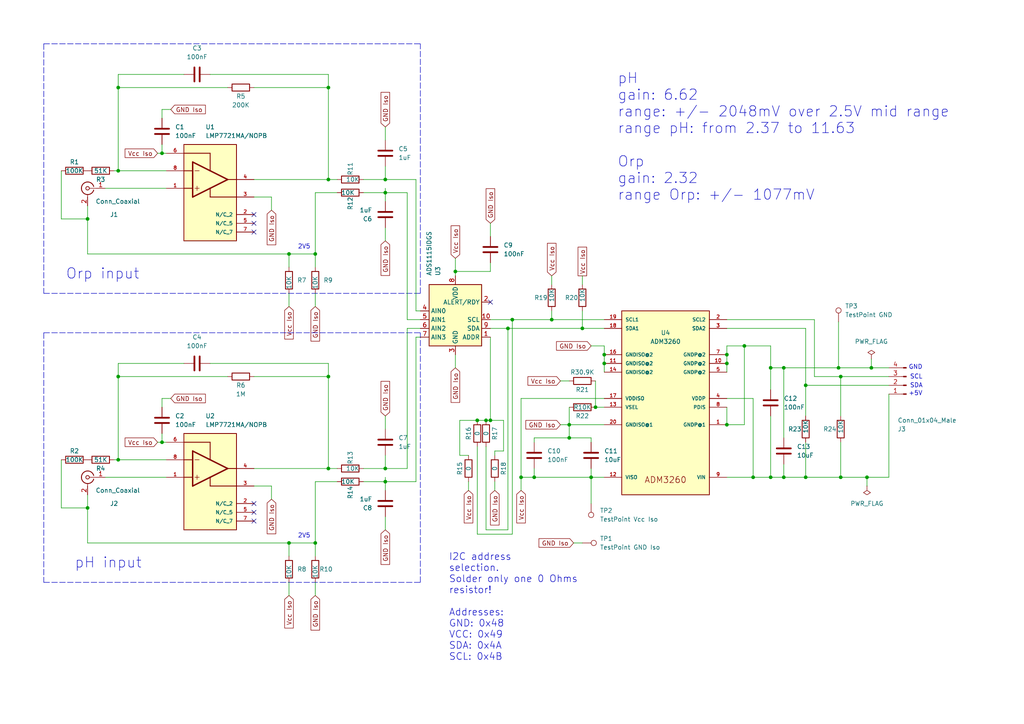
<source format=kicad_sch>
(kicad_sch (version 20211123) (generator eeschema)
  (paper "A4")
  (title_block (title "Orp-pH board") (rev "V1.0"))
  (lib_symbols
    (symbol "ADM3260:ADM3260" (pin_names (offset 1.016))
      (property "Reference" "U3" (at 0 -26.67 0))
      (property "Value" "ADM3260" (at 0 -24.13 0))
      (symbol "ADM3260_0_0"
        (rectangle (start -12.7 -33.02) (end 12.7 20.32) (stroke (width 0.254)) (fill (type background)))
        (text "ADM3260" (at 0 17.018 0) (effects (font (size 1.778 1.778)) (justify bottom)))
        (pin power_in line (at -17.78 0 0) (length 5.08) (name "GNDP@1") (number "1"))
        (pin passive line (at -17.78 -17.78 0) (length 5.08) (name "GNDP@2") (number "10"))
        (pin passive line (at 17.78 -17.78 180) (length 5.08) (name "GNDISO@2") (number "11"))
        (pin power_out line (at 17.78 15.24 180) (length 5.08) (name "VISO") (number "12"))
        (pin bidirectional line (at 17.78 -5.08 180) (length 5.08) (name "VSEL") (number "13"))
        (pin passive line (at 17.78 -15.24 180) (length 5.08) (name "GNDISO@2") (number "14"))
        (pin passive line (at 17.78 -20.32 180) (length 5.08) (name "GNDISO@2") (number "16"))
        (pin passive line (at 17.78 -7.62 180) (length 5.08) (name "VDDISO") (number "17"))
        (pin bidirectional line (at 17.78 -27.94 180) (length 5.08) (name "SDA1") (number "18"))
        (pin bidirectional line (at 17.78 -30.48 180) (length 5.08) (name "SCL1") (number "19"))
        (pin bidirectional line (at -17.78 -30.48 0) (length 5.08) (name "SCL2") (number "2"))
        (pin power_out line (at 17.78 0 180) (length 5.08) (name "GNDISO@1") (number "20"))
        (pin bidirectional line (at -17.78 -27.94 0) (length 5.08) (name "SDA2") (number "3"))
        (pin passive line (at -17.78 -7.62 0) (length 5.08) (name "VDDP") (number "4"))
        (pin passive line (at -17.78 -15.24 0) (length 5.08) (name "GNDP@2") (number "5"))
        (pin passive line (at -17.78 -20.32 0) (length 5.08) (name "GNDP@2") (number "7"))
        (pin bidirectional line (at -17.78 -5.08 0) (length 5.08) (name "PDIS") (number "8"))
        (pin power_in line (at -17.78 15.24 0) (length 5.08) (name "VIN") (number "9"))
      )
    )
    (symbol "Analog_ADC:ADS1115IDGS"
      (property "Reference" "U" (at 2.54 13.97 0))
      (property "Value" "ADS1115IDGS" (at 7.62 11.43 0))
      (symbol "ADS1115IDGS_0_1"
        (rectangle (start -7.62 10.16) (end 7.62 -7.62) (stroke (width 0.254)) (fill (type background)))
      )
      (symbol "ADS1115IDGS_1_1"
        (pin input line (at 10.16 -5.08 180) (length 2.54) (name "ADDR") (number "1"))
        (pin input line (at 10.16 0 180) (length 2.54) (name "SCL") (number "10"))
        (pin output line (at 10.16 5.08 180) (length 2.54) (name "ALERT/RDY") (number "2"))
        (pin power_in line (at 0 -10.16 90) (length 2.54) (name "GND") (number "3"))
        (pin input line (at -10.16 2.54 0) (length 2.54) (name "AIN0") (number "4"))
        (pin input line (at -10.16 0 0) (length 2.54) (name "AIN1") (number "5"))
        (pin input line (at -10.16 -2.54 0) (length 2.54) (name "AIN2") (number "6"))
        (pin input line (at -10.16 -5.08 0) (length 2.54) (name "AIN3") (number "7"))
        (pin power_in line (at 0 12.7 270) (length 2.54) (name "VDD") (number "8"))
        (pin bidirectional line (at 10.16 -2.54 180) (length 2.54) (name "SDA") (number "9"))
      )
    )
    (symbol "Connector:Conn_01x04_Male" (pin_names (offset 1.016) hide)
      (property "Reference" "J" (at 0 5.08 0))
      (property "Value" "Conn_01x04_Male" (at 0 -7.62 0))
      (symbol "Conn_01x04_Male_1_1"
        (polyline (pts (xy 1.27 -5.08) (xy 0.8636 -5.08)) (stroke (width 0.1524)))
        (polyline (pts (xy 1.27 -2.54) (xy 0.8636 -2.54)) (stroke (width 0.1524)))
        (polyline (pts (xy 1.27 0) (xy 0.8636 0)) (stroke (width 0.1524)))
        (polyline (pts (xy 1.27 2.54) (xy 0.8636 2.54)) (stroke (width 0.1524)))
        (rectangle (start 0.8636 -4.953) (end 0 -5.207) (stroke (width 0.1524)) (fill (type outline)))
        (rectangle (start 0.8636 -2.413) (end 0 -2.667) (stroke (width 0.1524)) (fill (type outline)))
        (rectangle (start 0.8636 0.127) (end 0 -0.127) (stroke (width 0.1524)) (fill (type outline)))
        (rectangle (start 0.8636 2.667) (end 0 2.413) (stroke (width 0.1524)) (fill (type outline)))
        (pin passive line (at 5.08 2.54 180) (length 3.81) (name "Pin_1") (number "1"))
        (pin passive line (at 5.08 0 180) (length 3.81) (name "Pin_2") (number "2"))
        (pin passive line (at 5.08 -2.54 180) (length 3.81) (name "Pin_3") (number "3"))
        (pin passive line (at 5.08 -5.08 180) (length 3.81) (name "Pin_4") (number "4"))
      )
    )
    (symbol "Connector:Conn_Coaxial" (pin_names (offset 1.016) hide)
      (property "Reference" "J" (at 0.254 3.048 0))
      (property "Value" "Conn_Coaxial" (at 2.921 0 90))
      (symbol "Conn_Coaxial_0_1"
        (arc (start -1.778 -0.508) (mid 0.2311 -1.8066) (end 1.778 0) (stroke (width 0.254)))
        (polyline (pts (xy -2.54 0) (xy -0.508 0)))
        (polyline (pts (xy 0 -2.54) (xy 0 -1.778)))
        (circle (center 0 0) (radius 0.508) (stroke (width 0.2032)))
        (arc (start 1.778 0) (mid 0.2099 1.8101) (end -1.778 0.508) (stroke (width 0.254)))
      )
      (symbol "Conn_Coaxial_1_1"
        (pin passive line (at -5.08 0 0) (length 2.54) (name "In") (number "1"))
        (pin passive line (at 0 -5.08 90) (length 2.54) (name "Ext") (number "2"))
      )
    )
    (symbol "Connector:TestPoint" (pin_numbers hide) (pin_names (offset 0.762) hide)
      (property "Reference" "TP" (at 0 6.858 0))
      (property "Value" "TestPoint" (at 0 5.08 0))
      (symbol "TestPoint_0_1"
        (circle (center 0 3.302) (radius 0.762))
      )
      (symbol "TestPoint_1_1"
        (pin passive line (at 0 0 90) (length 2.54) (name "1") (number "1"))
      )
    )
    (symbol "Device:C" (pin_numbers hide) (pin_names (offset 0.254))
      (property "Reference" "C" (at 0.635 2.54 0))
      (property "Value" "C" (at 0.635 -2.54 0))
      (symbol "C_0_1"
        (polyline (pts (xy -2.032 -0.762) (xy 2.032 -0.762)) (stroke (width 0.508)))
        (polyline (pts (xy -2.032 0.762) (xy 2.032 0.762)) (stroke (width 0.508)))
      )
      (symbol "C_1_1"
        (pin passive line (at 0 3.81 270) (length 2.794) (name "~") (number "1"))
        (pin passive line (at 0 -3.81 90) (length 2.794) (name "~") (number "2"))
      )
    )
    (symbol "Device:R" (pin_numbers hide) (pin_names (offset 0))
      (property "Reference" "R" (at 2.032 0 90))
      (property "Value" "R" (at 0 0 90))
      (symbol "R_0_1"
        (rectangle (start -1.016 -2.54) (end 1.016 2.54) (stroke (width 0.254)))
      )
      (symbol "R_1_1"
        (pin passive line (at 0 3.81 270) (length 1.27) (name "~") (number "1"))
        (pin passive line (at 0 -3.81 90) (length 1.27) (name "~") (number "2"))
      )
    )
    (symbol "LMP7721MA_NOPB:LMP7721MA{slash}NOPB" (pin_names (offset 1.016))
      (property "Reference" "U" (at -7.62 16.24 0))
      (property "Value" "LMP7721MA{slash}NOPB" (at -7.62 -15.24 0))
      (symbol "LMP7721MA{slash}NOPB_0_0"
        (rectangle (start -7.62 -12.7) (end 7.62 15.24) (stroke (width 0.254)) (fill (type background)))
        (polyline (pts (xy -7.62 2.54) (xy -5.08 2.54)) (stroke (width 0.254)))
        (polyline (pts (xy -7.62 7.62) (xy -5.08 7.62)) (stroke (width 0.254)))
        (polyline (pts (xy -7.62 12.7) (xy 0 12.7)) (stroke (width 0.254)))
        (polyline (pts (xy -5.08 0) (xy 0 2.54)) (stroke (width 0.4064)))
        (polyline (pts (xy -5.08 7.62) (xy -5.08 0)) (stroke (width 0.4064)))
        (polyline (pts (xy -5.08 10.16) (xy -5.08 7.62)) (stroke (width 0.4064)))
        (polyline (pts (xy -4.445 2.54) (xy -3.175 2.54)) (stroke (width 0.1524)))
        (polyline (pts (xy -4.445 7.62) (xy -3.175 7.62)) (stroke (width 0.1524)))
        (polyline (pts (xy -3.81 3.175) (xy -3.81 1.905)) (stroke (width 0.1524)))
        (polyline (pts (xy 0 0) (xy 0 2.54)) (stroke (width 0.254)))
        (polyline (pts (xy 0 0) (xy 7.62 0)) (stroke (width 0.254)))
        (polyline (pts (xy 0 2.54) (xy 5.08 5.08)) (stroke (width 0.4064)))
        (polyline (pts (xy 0 7.62) (xy -5.08 10.16)) (stroke (width 0.4064)))
        (polyline (pts (xy 0 7.62) (xy 0 12.7)) (stroke (width 0.254)))
        (polyline (pts (xy 5.08 5.08) (xy 0 7.62)) (stroke (width 0.4064)))
        (polyline (pts (xy 5.08 5.08) (xy 7.62 5.08)) (stroke (width 0.254)))
        (pin input line (at -12.7 2.54 0) (length 5.08) (name "~") (number "1"))
        (pin passive line (at 12.7 -5.08 180) (length 5.08) (name "N/C_2") (number "2"))
        (pin power_in line (at 12.7 0 180) (length 5.08) (name "~") (number "3"))
        (pin output line (at 12.7 5.08 180) (length 5.08) (name "~") (number "4"))
        (pin passive line (at 12.7 -7.62 180) (length 5.08) (name "N/C_5") (number "5"))
        (pin power_in line (at -12.7 12.7 0) (length 5.08) (name "~") (number "6"))
        (pin passive line (at 12.7 -10.16 180) (length 5.08) (name "N/C_7") (number "7"))
        (pin input line (at -12.7 7.62 0) (length 5.08) (name "~") (number "8"))
      )
    )
    (symbol "power:PWR_FLAG" (power) (pin_numbers hide) (pin_names (offset 0) hide)
      (property "Value" "PWR_FLAG" (at 0 3.81 0))
      (symbol "PWR_FLAG_0_0"
        (pin power_out line (at 0 0 90) (length 0) (name "pwr") (number "1"))
      )
      (symbol "PWR_FLAG_0_1"
        (polyline (pts (xy 0 0) (xy 0 1.27) (xy -1.016 1.905) (xy 0 2.54) (xy 1.016 1.905) (xy 0 1.27)))
      )
    )
  )
  (junction (at 175.26 105.41))
  (junction (at 252.73 106.68))
  (junction (at 25.4 147.32))
  (junction (at 25.4 63.5))
  (junction (at 160.02 92.71))
  (junction (at 154.94 138.43))
  (junction (at 218.44 138.43))
  (junction (at 233.68 138.43))
  (junction (at 111.76 139.7))
  (junction (at 147.32 95.25))
  (junction (at 223.52 106.68))
  (junction (at 34.29 109.22))
  (junction (at 91.44 157.48))
  (junction (at 210.82 102.87))
  (junction (at 111.76 135.89))
  (junction (at 95.25 135.89))
  (junction (at 140.97 121.92))
  (junction (at 251.46 138.43))
  (junction (at 46.99 44.45))
  (junction (at 171.45 138.43))
  (junction (at 243.84 109.22))
  (junction (at 34.29 25.4))
  (junction (at 210.82 123.19))
  (junction (at 168.91 95.25))
  (junction (at 227.33 138.43))
  (junction (at 215.9 100.33))
  (junction (at 95.25 109.22))
  (junction (at 83.82 73.66))
  (junction (at 165.1 123.19))
  (junction (at 233.68 111.76))
  (junction (at 165.1 127))
  (junction (at 172.72 118.11))
  (junction (at 132.08 78.74))
  (junction (at 210.82 105.41))
  (junction (at 243.205 106.68))
  (junction (at 138.43 121.92))
  (junction (at 95.25 52.07))
  (junction (at 175.26 102.87))
  (junction (at 243.84 138.43))
  (junction (at 91.44 73.66))
  (junction (at 148.59 92.71))
  (junction (at 95.25 25.4))
  (junction (at 83.82 157.48))
  (junction (at 142.24 121.92))
  (junction (at 34.29 49.53))
  (junction (at 46.99 128.27))
  (junction (at 227.33 106.68))
  (junction (at 151.13 138.43))
  (junction (at 34.29 133.35))
  (junction (at 111.76 52.07))
  (junction (at 223.52 138.43))
  (junction (at 111.76 55.88))
  (no_connect (at 73.66 151.13))
  (no_connect (at 73.66 146.05))
  (no_connect (at 73.66 64.77))
  (no_connect (at 73.66 67.31))
  (no_connect (at 142.24 87.63))
  (no_connect (at 73.66 148.59))
  (no_connect (at 73.66 62.23))
  (wire (pts (xy 111.76 135.89) (xy 118.11 135.89)))
  (wire (pts (xy 118.11 95.25) (xy 118.11 135.89)))
  (wire (pts (xy 210.82 100.33) (xy 215.9 100.33)))
  (wire (pts (xy 60.96 105.41) (xy 95.25 105.41)))
  (wire (pts (xy 25.4 157.48) (xy 83.82 157.48)))
  (wire (pts (xy 162.56 123.19) (xy 165.1 123.19)))
  (wire (pts (xy 118.11 55.88) (xy 118.11 92.71)))
  (wire (pts (xy 132.08 80.01) (xy 132.08 78.74)))
  (wire (pts (xy 142.24 97.79) (xy 142.24 121.92)))
  (wire (pts (xy 233.68 95.25) (xy 233.68 111.76)))
  (wire (pts (xy 171.45 138.43) (xy 171.45 146.05)))
  (wire (pts (xy 236.22 92.71) (xy 236.22 109.22)))
  (wire (pts (xy 91.44 73.66) (xy 91.44 55.88)))
  (wire (pts (xy 111.76 55.88) (xy 105.41 55.88)))
  (wire (pts (xy 210.82 138.43) (xy 218.44 138.43)))
  (wire (pts (xy 34.29 133.35) (xy 48.26 133.35)))
  (wire (pts (xy 30.48 138.43) (xy 48.26 138.43)))
  (wire (pts (xy 95.25 105.41) (xy 95.25 109.22)))
  (wire (pts (xy 227.33 106.68) (xy 243.205 106.68)))
  (wire (pts (xy 148.59 92.71) (xy 160.02 92.71)))
  (wire (pts (xy 168.91 90.17) (xy 168.91 95.25)))
  (wire (pts (xy 160.02 90.17) (xy 160.02 92.71)))
  (wire (pts (xy 215.9 100.33) (xy 215.9 123.19)))
  (wire (pts (xy 227.33 106.68) (xy 227.33 127)))
  (wire (pts (xy 142.24 121.92) (xy 140.97 121.92)))
  (polyline (pts (xy 121.92 85.09) (xy 121.92 12.7)))
  (wire (pts (xy 215.9 100.33) (xy 223.52 100.33)))
  (wire (pts (xy 165.1 118.11) (xy 165.1 123.19)))
  (wire (pts (xy 243.84 128.27) (xy 243.84 138.43)))
  (wire (pts (xy 142.24 92.71) (xy 148.59 92.71)))
  (wire (pts (xy 111.76 139.7) (xy 111.76 142.24)))
  (wire (pts (xy 73.66 135.89) (xy 95.25 135.89)))
  (wire (pts (xy 233.68 111.76) (xy 233.68 120.65)))
  (wire (pts (xy 34.29 25.4) (xy 66.04 25.4)))
  (polyline (pts (xy 12.7 12.7) (xy 12.7 85.09)))
  (wire (pts (xy 25.4 73.66) (xy 83.82 73.66)))
  (wire (pts (xy 233.68 128.27) (xy 233.68 138.43)))
  (wire (pts (xy 121.92 97.79) (xy 120.65 97.79)))
  (wire (pts (xy 168.91 95.25) (xy 175.26 95.25)))
  (wire (pts (xy 143.51 130.81) (xy 146.05 130.81)))
  (wire (pts (xy 236.22 109.22) (xy 243.84 109.22)))
  (wire (pts (xy 91.44 55.88) (xy 97.79 55.88)))
  (wire (pts (xy 111.76 149.86) (xy 111.76 153.67)))
  (wire (pts (xy 210.82 102.87) (xy 210.82 105.41)))
  (polyline (pts (xy 12.7 96.52) (xy 121.92 96.52)))
  (polyline (pts (xy 12.7 96.52) (xy 12.7 168.91)))
  (wire (pts (xy 17.78 49.53) (xy 17.78 63.5)))
  (wire (pts (xy 111.76 36.83) (xy 111.76 40.64)))
  (wire (pts (xy 105.41 52.07) (xy 111.76 52.07)))
  (wire (pts (xy 34.29 49.53) (xy 34.29 25.4)))
  (wire (pts (xy 111.76 52.07) (xy 120.65 52.07)))
  (wire (pts (xy 91.44 157.48) (xy 91.44 139.7)))
  (wire (pts (xy 243.84 138.43) (xy 251.46 138.43)))
  (wire (pts (xy 91.44 73.66) (xy 91.44 77.47)))
  (polyline (pts (xy 12.7 12.7) (xy 121.92 12.7)))
  (polyline (pts (xy 12.7 168.91) (xy 121.92 168.91)))
  (wire (pts (xy 218.44 138.43) (xy 223.52 138.43)))
  (wire (pts (xy 91.44 139.7) (xy 97.79 139.7)))
  (wire (pts (xy 95.25 21.59) (xy 95.25 25.4)))
  (wire (pts (xy 78.74 140.97) (xy 78.74 144.78)))
  (wire (pts (xy 45.72 44.45) (xy 46.99 44.45)))
  (wire (pts (xy 171.45 127) (xy 171.45 128.27)))
  (wire (pts (xy 25.4 59.69) (xy 25.4 63.5)))
  (wire (pts (xy 151.13 138.43) (xy 151.13 142.24)))
  (wire (pts (xy 33.02 49.53) (xy 34.29 49.53)))
  (wire (pts (xy 73.66 52.07) (xy 95.25 52.07)))
  (wire (pts (xy 95.25 109.22) (xy 95.25 135.89)))
  (wire (pts (xy 111.76 48.26) (xy 111.76 52.07)))
  (wire (pts (xy 34.29 109.22) (xy 66.04 109.22)))
  (wire (pts (xy 223.52 100.33) (xy 223.52 106.68)))
  (wire (pts (xy 146.05 121.92) (xy 142.24 121.92)))
  (wire (pts (xy 133.35 132.08) (xy 133.35 121.92)))
  (wire (pts (xy 17.78 63.5) (xy 25.4 63.5)))
  (wire (pts (xy 218.44 115.57) (xy 218.44 138.43)))
  (wire (pts (xy 171.45 100.33) (xy 175.26 100.33)))
  (wire (pts (xy 223.52 120.65) (xy 223.52 138.43)))
  (wire (pts (xy 46.99 44.45) (xy 48.26 44.45)))
  (wire (pts (xy 105.41 135.89) (xy 111.76 135.89)))
  (wire (pts (xy 111.76 139.7) (xy 105.41 139.7)))
  (wire (pts (xy 171.45 138.43) (xy 175.26 138.43)))
  (wire (pts (xy 140.97 153.67) (xy 147.32 153.67)))
  (wire (pts (xy 25.4 143.51) (xy 25.4 147.32)))
  (wire (pts (xy 162.56 110.49) (xy 165.1 110.49)))
  (wire (pts (xy 73.66 140.97) (xy 78.74 140.97)))
  (wire (pts (xy 34.29 25.4) (xy 34.29 21.59)))
  (wire (pts (xy 95.25 25.4) (xy 95.25 52.07)))
  (wire (pts (xy 83.82 168.91) (xy 83.82 172.72)))
  (wire (pts (xy 46.99 125.73) (xy 46.99 128.27)))
  (wire (pts (xy 30.48 54.61) (xy 48.26 54.61)))
  (wire (pts (xy 210.82 95.25) (xy 233.68 95.25)))
  (wire (pts (xy 83.82 157.48) (xy 91.44 157.48)))
  (wire (pts (xy 210.82 100.33) (xy 210.82 102.87)))
  (wire (pts (xy 251.46 138.43) (xy 251.46 140.97)))
  (wire (pts (xy 133.35 121.92) (xy 138.43 121.92)))
  (wire (pts (xy 175.26 115.57) (xy 151.13 115.57)))
  (wire (pts (xy 46.99 128.27) (xy 48.26 128.27)))
  (wire (pts (xy 243.84 109.22) (xy 257.81 109.22)))
  (wire (pts (xy 154.94 135.89) (xy 154.94 138.43)))
  (wire (pts (xy 17.78 147.32) (xy 25.4 147.32)))
  (wire (pts (xy 243.205 106.68) (xy 252.73 106.68)))
  (wire (pts (xy 33.02 133.35) (xy 34.29 133.35)))
  (wire (pts (xy 143.51 132.08) (xy 143.51 130.81)))
  (wire (pts (xy 243.84 109.22) (xy 243.84 120.65)))
  (wire (pts (xy 172.72 110.49) (xy 172.72 118.11)))
  (wire (pts (xy 34.29 133.35) (xy 34.29 109.22)))
  (wire (pts (xy 120.65 90.17) (xy 121.92 90.17)))
  (wire (pts (xy 142.24 95.25) (xy 147.32 95.25)))
  (wire (pts (xy 223.52 138.43) (xy 227.33 138.43)))
  (wire (pts (xy 223.52 106.68) (xy 223.52 113.03)))
  (wire (pts (xy 154.94 138.43) (xy 171.45 138.43)))
  (wire (pts (xy 25.4 63.5) (xy 25.4 73.66)))
  (wire (pts (xy 91.44 168.91) (xy 91.44 172.72)))
  (wire (pts (xy 252.73 106.68) (xy 257.81 106.68)))
  (wire (pts (xy 251.46 138.43) (xy 257.81 138.43)))
  (wire (pts (xy 146.05 130.81) (xy 146.05 121.92)))
  (wire (pts (xy 147.32 95.25) (xy 168.91 95.25)))
  (wire (pts (xy 210.82 118.11) (xy 210.82 123.19)))
  (wire (pts (xy 151.13 115.57) (xy 151.13 138.43)))
  (wire (pts (xy 111.76 138.43) (xy 111.76 139.7)))
  (wire (pts (xy 154.94 128.27) (xy 154.94 127)))
  (wire (pts (xy 78.74 57.15) (xy 78.74 60.96)))
  (wire (pts (xy 138.43 154.94) (xy 138.43 129.54)))
  (wire (pts (xy 135.89 142.24) (xy 135.89 139.7)))
  (wire (pts (xy 165.1 127) (xy 171.45 127)))
  (wire (pts (xy 210.82 115.57) (xy 218.44 115.57)))
  (wire (pts (xy 160.02 92.71) (xy 175.26 92.71)))
  (wire (pts (xy 172.72 118.11) (xy 175.26 118.11)))
  (wire (pts (xy 46.99 31.75) (xy 49.53 31.75)))
  (wire (pts (xy 175.26 102.87) (xy 175.26 105.41)))
  (wire (pts (xy 210.82 92.71) (xy 236.22 92.71)))
  (wire (pts (xy 111.76 66.04) (xy 111.76 69.85)))
  (wire (pts (xy 142.24 78.74) (xy 132.08 78.74)))
  (wire (pts (xy 227.33 134.62) (xy 227.33 138.43)))
  (wire (pts (xy 120.65 97.79) (xy 120.65 139.7)))
  (wire (pts (xy 160.02 80.01) (xy 160.02 82.55)))
  (wire (pts (xy 83.82 85.09) (xy 83.82 88.9)))
  (wire (pts (xy 45.72 128.27) (xy 46.99 128.27)))
  (wire (pts (xy 34.29 49.53) (xy 48.26 49.53)))
  (wire (pts (xy 143.51 142.24) (xy 143.51 139.7)))
  (wire (pts (xy 111.76 54.61) (xy 111.76 55.88)))
  (wire (pts (xy 91.44 157.48) (xy 91.44 161.29)))
  (wire (pts (xy 168.91 80.01) (xy 168.91 82.55)))
  (wire (pts (xy 17.78 133.35) (xy 17.78 147.32)))
  (wire (pts (xy 91.44 85.09) (xy 91.44 88.9)))
  (wire (pts (xy 83.82 157.48) (xy 83.82 161.29)))
  (wire (pts (xy 46.99 115.57) (xy 49.53 115.57)))
  (wire (pts (xy 132.08 106.68) (xy 132.08 102.87)))
  (wire (pts (xy 215.9 123.19) (xy 210.82 123.19)))
  (wire (pts (xy 223.52 106.68) (xy 227.33 106.68)))
  (wire (pts (xy 111.76 55.88) (xy 118.11 55.88)))
  (wire (pts (xy 95.25 135.89) (xy 97.79 135.89)))
  (polyline (pts (xy 121.92 168.91) (xy 121.92 96.52)))
  (wire (pts (xy 210.82 105.41) (xy 210.82 107.95)))
  (wire (pts (xy 257.81 114.3) (xy 257.81 138.43)))
  (wire (pts (xy 165.1 123.19) (xy 175.26 123.19)))
  (wire (pts (xy 175.26 100.33) (xy 175.26 102.87)))
  (wire (pts (xy 111.76 55.88) (xy 111.76 58.42)))
  (wire (pts (xy 83.82 73.66) (xy 91.44 73.66)))
  (wire (pts (xy 60.96 21.59) (xy 95.25 21.59)))
  (wire (pts (xy 151.13 138.43) (xy 154.94 138.43)))
  (wire (pts (xy 233.68 138.43) (xy 243.84 138.43)))
  (wire (pts (xy 147.32 153.67) (xy 147.32 95.25)))
  (wire (pts (xy 140.97 153.67) (xy 140.97 129.54)))
  (wire (pts (xy 132.08 78.74) (xy 132.08 74.93)))
  (wire (pts (xy 34.29 21.59) (xy 53.34 21.59)))
  (wire (pts (xy 46.99 34.29) (xy 46.99 31.75)))
  (wire (pts (xy 165.1 127) (xy 165.1 123.19)))
  (wire (pts (xy 171.45 135.89) (xy 171.45 138.43)))
  (wire (pts (xy 120.65 52.07) (xy 120.65 90.17)))
  (wire (pts (xy 46.99 41.91) (xy 46.99 44.45)))
  (wire (pts (xy 142.24 64.77) (xy 142.24 68.58)))
  (wire (pts (xy 138.43 154.94) (xy 148.59 154.94)))
  (wire (pts (xy 73.66 109.22) (xy 95.25 109.22)))
  (wire (pts (xy 34.29 109.22) (xy 34.29 105.41)))
  (wire (pts (xy 73.66 25.4) (xy 95.25 25.4)))
  (wire (pts (xy 73.66 57.15) (xy 78.74 57.15)))
  (polyline (pts (xy 12.7 85.09) (xy 121.92 85.09)))
  (wire (pts (xy 46.99 118.11) (xy 46.99 115.57)))
  (wire (pts (xy 95.25 52.07) (xy 97.79 52.07)))
  (wire (pts (xy 233.68 111.76) (xy 257.81 111.76)))
  (wire (pts (xy 34.29 105.41) (xy 53.34 105.41)))
  (wire (pts (xy 25.4 147.32) (xy 25.4 157.48)))
  (wire (pts (xy 121.92 95.25) (xy 118.11 95.25)))
  (wire (pts (xy 111.76 139.7) (xy 120.65 139.7)))
  (wire (pts (xy 111.76 120.65) (xy 111.76 124.46)))
  (wire (pts (xy 111.76 132.08) (xy 111.76 135.89)))
  (wire (pts (xy 175.26 105.41) (xy 175.26 107.95)))
  (wire (pts (xy 243.205 93.345) (xy 243.205 106.68)))
  (wire (pts (xy 166.37 157.48) (xy 168.91 157.48)))
  (wire (pts (xy 138.43 121.92) (xy 140.97 121.92)))
  (wire (pts (xy 252.73 104.14) (xy 252.73 106.68)))
  (wire (pts (xy 83.82 73.66) (xy 83.82 77.47)))
  (wire (pts (xy 142.24 76.2) (xy 142.24 78.74)))
  (wire (pts (xy 135.89 132.08) (xy 133.35 132.08)))
  (wire (pts (xy 154.94 127) (xy 165.1 127)))
  (wire (pts (xy 227.33 138.43) (xy 233.68 138.43)))
  (wire (pts (xy 148.59 154.94) (xy 148.59 92.71)))
  (wire (pts (xy 118.11 92.71) (xy 121.92 92.71)))
  (text "+5V" (at 263.525 114.935 0) (effects (font (size 1.27 1.27)) (justify left bottom)))
  (text "GND" (at 263.525 107.315 0) (effects (font (size 1.27 1.27)) (justify left bottom)))
  (text "Orp input" (at 19.05 81.28 0) (effects (font (size 3 3)) (justify left bottom)))
  (text "SDA" (at 263.906 112.649 0) (effects (font (size 1.27 1.27)) (justify left bottom)))
  (text "I2C address\nselection. \nSolder only one 0 Ohms\nresistor!\n\nAddresses:\nGND: 0x48\nVCC: 0x49\nSDA: 0x4A\nSCL: 0x4B\n" (at 130.175 191.77 0) (effects (font (size 2 2)) (justify left bottom)))
  (text "SCL" (at 263.906 110.109 0) (effects (font (size 1.27 1.27)) (justify left bottom)))
  (text "2V5" (at 86.36 72.39 0) (effects (font (size 1.27 1.27)) (justify left bottom)))
  (text "2V5" (at 86.36 156.21 0) (effects (font (size 1.27 1.27)) (justify left bottom)))
  (text "pH input" (at 21.59 165.1 0) (effects (font (size 3 3)) (justify left bottom)))
  (text "pH\ngain: 6.62\nrange: +/- 2048mV over 2.5V mid range\nrange pH: from 2.37 to 11.63\n\nOrp\ngain: 2.32\nrange Orp: +/- 1077mV" (at 179.07 58.42 0) (effects (font (size 3 3)) (justify left bottom)))
  (global_label "GND Iso" (shape input) (at 111.76 153.67 270) (property "Intersheet References" "${INTERSHEET_REFS}" (effects hide)))
  (global_label "Vcc Iso" (shape input) (at 83.82 172.72 270) (property "Intersheet References" "${INTERSHEET_REFS}" (effects hide)))
  (global_label "GND Iso" (shape input) (at 111.76 120.65 90) (property "Intersheet References" "${INTERSHEET_REFS}" (effects hide)))
  (global_label "GND Iso" (shape input) (at 142.24 64.77 90) (property "Intersheet References" "${INTERSHEET_REFS}" (effects hide)))
  (global_label "Vcc Iso" (shape input) (at 135.89 142.24 270) (property "Intersheet References" "${INTERSHEET_REFS}" (effects hide)))
  (global_label "GND Iso" (shape input) (at 49.53 31.75 0) (property "Intersheet References" "${INTERSHEET_REFS}" (effects hide)))
  (global_label "Vcc Iso" (shape input) (at 162.56 110.49 180) (property "Intersheet References" "${INTERSHEET_REFS}" (effects hide)))
  (global_label "GND Iso" (shape input) (at 162.56 123.19 180) (property "Intersheet References" "${INTERSHEET_REFS}" (effects hide)))
  (global_label "GND Iso" (shape input) (at 132.08 106.68 270) (property "Intersheet References" "${INTERSHEET_REFS}" (effects hide)))
  (global_label "GND Iso" (shape input) (at 91.44 88.9 270) (property "Intersheet References" "${INTERSHEET_REFS}" (effects hide)))
  (global_label "Vcc Iso" (shape input) (at 45.72 44.45 180) (property "Intersheet References" "${INTERSHEET_REFS}" (effects hide)))
  (global_label "GND Iso" (shape input) (at 91.44 172.72 270) (property "Intersheet References" "${INTERSHEET_REFS}" (effects hide)))
  (global_label "Vcc Iso" (shape input) (at 132.08 74.93 90) (property "Intersheet References" "${INTERSHEET_REFS}" (effects hide)))
  (global_label "Vcc Iso" (shape input) (at 151.13 142.24 270) (property "Intersheet References" "${INTERSHEET_REFS}" (effects hide)))
  (global_label "Vcc Iso" (shape input) (at 45.72 128.27 180) (property "Intersheet References" "${INTERSHEET_REFS}" (effects hide)))
  (global_label "GND Iso" (shape input) (at 78.74 144.78 270) (property "Intersheet References" "${INTERSHEET_REFS}" (effects hide)))
  (global_label "GND Iso" (shape input) (at 78.74 60.96 270) (property "Intersheet References" "${INTERSHEET_REFS}" (effects hide)))
  (global_label "Vcc Iso" (shape input) (at 83.82 88.9 270) (property "Intersheet References" "${INTERSHEET_REFS}" (effects hide)))
  (global_label "GND Iso" (shape input) (at 49.53 115.57 0) (property "Intersheet References" "${INTERSHEET_REFS}" (effects hide)))
  (global_label "GND Iso" (shape input) (at 111.76 36.83 90) (property "Intersheet References" "${INTERSHEET_REFS}" (effects hide)))
  (global_label "GND Iso" (shape input) (at 166.37 157.48 180) (property "Intersheet References" "${INTERSHEET_REFS}" (effects hide)))
  (global_label "GND Iso" (shape input) (at 143.51 142.24 270) (property "Intersheet References" "${INTERSHEET_REFS}" (effects hide)))
  (global_label "GND Iso" (shape input) (at 171.45 100.33 180) (property "Intersheet References" "${INTERSHEET_REFS}" (effects hide)))
  (global_label "Vcc Iso" (shape input) (at 160.02 80.01 90) (property "Intersheet References" "${INTERSHEET_REFS}" (effects hide)))
  (global_label "Vcc Iso" (shape passive) (at 168.91 80.01 90) (property "Intersheet References" "${INTERSHEET_REFS}" (effects hide)))
  (global_label "GND Iso" (shape input) (at 111.76 69.85 270) (property "Intersheet References" "${INTERSHEET_REFS}" (effects hide)))
  (symbol (lib_id "Device:C") (at 46.99 38.1 0) (unit 1)
    (property "Reference" "C1" (at 50.8 36.8299 0) (effects (justify left)))
    (property "Value" "100nF" (at 50.8 39.3699 0) (effects (justify left)))
    (property "Footprint" "Capacitor_SMD:C_0603_1608Metric_Pad1.08x0.95mm_HandSolder" (effects hide))
  )
  (symbol (lib_id "Connector:Conn_Coaxial") (at 25.4 138.43 0) (mirror y) (unit 1)
    (property "Reference" "J2" (at 34.29 146.05 0) (effects (justify left)))
    (property "Value" "Conn_Coaxial" (at 40.64 142.24 0) (effects (justify left)))
    (property "Footprint" "Connector_Coaxial:BNC_Amphenol_B6252HB-NPP3G-50_Horizontal" (effects hide))
    (property "Datasheet" " ~" (effects hide))
  )
  (symbol (lib_id "Device:C") (at 111.76 146.05 180) (unit 1)
    (property "Reference" "C8" (at 107.95 147.3201 0) (effects (justify left)))
    (property "Value" "1uF" (at 107.95 144.7801 0) (effects (justify left)))
    (property "Footprint" "Capacitor_SMD:C_0603_1608Metric_Pad1.08x0.95mm_HandSolder" (effects hide))
  )
  (symbol (lib_id "Device:C") (at 154.94 132.08 0) (unit 1)
    (property "Reference" "C10" (at 158.75 130.8099 0) (effects (justify left)))
    (property "Value" "100nF" (at 158.75 133.3499 0) (effects (justify left)))
    (property "Footprint" "Capacitor_SMD:C_0603_1608Metric_Pad1.08x0.95mm_HandSolder" (effects hide))
  )
  (symbol (lib_id "Device:R") (at 101.6 135.89 90) (unit 1)
    (property "Reference" "R13" (at 101.6 130.81 0) (effects (justify right)))
    (property "Value" "10K" (at 100.33 135.89 90) (effects (justify right)))
    (property "Footprint" "Capacitor_SMD:C_0805_2012Metric_Pad1.18x1.45mm_HandSolder" (effects hide))
  )
  (symbol (lib_id "Device:C") (at 46.99 121.92 0) (unit 1)
    (property "Reference" "C2" (at 50.8 120.6499 0) (effects (justify left)))
    (property "Value" "100nF" (at 50.8 123.1899 0) (effects (justify left)))
    (property "Footprint" "Capacitor_SMD:C_0603_1608Metric_Pad1.08x0.95mm_HandSolder" (effects hide))
  )
  (symbol (lib_id "Device:C") (at 142.24 72.39 0) (unit 1)
    (property "Reference" "C9" (at 146.05 71.1199 0) (effects (justify left)))
    (property "Value" "100nF" (at 146.05 73.6599 0) (effects (justify left)))
    (property "Footprint" "Capacitor_SMD:C_0603_1608Metric_Pad1.08x0.95mm_HandSolder" (effects hide))
  )
  (symbol (lib_id "LMP7721MA_NOPB:LMP7721MA{slash}NOPB") (at 60.96 140.97 0) (unit 1)
    (property "Reference" "U2" (at 60.96 120.65 0))
    (property "Value" "LMP7721MA/NOPB" (at 68.58 123.19 0))
    (property "Footprint" "SOIC127P599X175-8N" (effects hide))
    (property "PARTREV" "E" (effects hide))
    (property "STANDARD" "IPC-7351B" (effects hide))
    (property "MAXIMUM_PACKAGE_HEIGHT" "1.75mm" (effects hide))
    (property "MANUFACTURER" "Texas Instruments" (effects hide))
  )
  (symbol (lib_id "Device:R") (at 138.43 125.73 180) (unit 1)
    (property "Reference" "R16" (at 135.89 125.73 90))
    (property "Value" "0" (at 138.43 125.73 90))
    (property "Footprint" "Capacitor_SMD:C_0805_2012Metric_Pad1.18x1.45mm_HandSolder" (effects hide))
  )
  (symbol (lib_id "Device:R") (at 29.21 49.53 90) (unit 1)
    (property "Reference" "R3" (at 29.21 52.07 90))
    (property "Value" "51K" (at 29.21 49.53 90))
    (property "Footprint" "Capacitor_SMD:C_0805_2012Metric_Pad1.18x1.45mm_HandSolder" (effects hide))
  )
  (symbol (lib_id "Device:C") (at 57.15 21.59 90) (unit 1)
    (property "Reference" "C3" (at 57.15 13.97 90))
    (property "Value" "100nF" (at 57.15 16.51 90))
    (property "Footprint" "Capacitor_SMD:C_0603_1608Metric_Pad1.08x0.95mm_HandSolder" (effects hide))
  )
  (symbol (lib_id "Device:R") (at 21.59 49.53 90) (unit 1)
    (property "Reference" "R1" (at 21.59 46.99 90))
    (property "Value" "100K" (at 21.59 49.53 90))
    (property "Footprint" "Capacitor_SMD:C_0805_2012Metric_Pad1.18x1.45mm_HandSolder" (effects hide))
  )
  (symbol (lib_id "Connector:TestPoint") (at 171.45 146.05 180) (unit 1)
    (property "Reference" "TP2" (at 173.99 148.0819 0) (effects (justify right)))
    (property "Value" "TestPoint Vcc Iso" (at 173.99 150.6219 0) (effects (justify right)))
    (property "Footprint" "TestPoint:TestPoint_Pad_D2.0mm" (effects hide))
  )
  (symbol (lib_id "power:PWR_FLAG") (at 251.46 140.97 180) (unit 1)
    (property "Reference" "#FLG01" (effects hide))
    (property "Value" "PWR_FLAG" (at 251.46 146.05 0))
  )
  (symbol (lib_id "Connector:Conn_Coaxial") (at 25.4 54.61 0) (mirror y) (unit 1)
    (property "Reference" "J1" (at 34.29 62.23 0) (effects (justify left)))
    (property "Value" "Conn_Coaxial" (at 40.64 58.42 0) (effects (justify left)))
    (property "Footprint" "Connector_Coaxial:BNC_Amphenol_B6252HB-NPP3G-50_Horizontal" (effects hide))
    (property "Datasheet" " ~" (effects hide))
  )
  (symbol (lib_id "Device:C") (at 111.76 62.23 180) (unit 1)
    (property "Reference" "C6" (at 107.95 63.5001 0) (effects (justify left)))
    (property "Value" "1uF" (at 107.95 60.9601 0) (effects (justify left)))
    (property "Footprint" "Capacitor_SMD:C_0603_1608Metric_Pad1.08x0.95mm_HandSolder" (effects hide))
  )
  (symbol (lib_id "Device:R") (at 233.68 124.46 180) (unit 1)
    (property "Reference" "R23" (at 228.6 124.46 0) (effects (justify right)))
    (property "Value" "10K" (at 233.68 125.73 90) (effects (justify right)))
    (property "Footprint" "Capacitor_SMD:C_0805_2012Metric_Pad1.18x1.45mm_HandSolder" (effects hide))
  )
  (symbol (lib_id "Device:R") (at 69.85 25.4 90) (unit 1)
    (property "Reference" "R5" (at 69.85 27.94 90))
    (property "Value" "200K" (at 69.85 30.48 90))
    (property "Footprint" "Capacitor_SMD:C_0805_2012Metric_Pad1.18x1.45mm_HandSolder" (effects hide))
  )
  (symbol (lib_id "LMP7721MA_NOPB:LMP7721MA{slash}NOPB") (at 60.96 57.15 0) (unit 1)
    (property "Reference" "U1" (at 60.96 36.83 0))
    (property "Value" "LMP7721MA/NOPB" (at 68.58 39.37 0))
    (property "Footprint" "SOIC127P599X175-8N" (effects hide))
    (property "PARTREV" "E" (effects hide))
    (property "STANDARD" "IPC-7351B" (effects hide))
    (property "MAXIMUM_PACKAGE_HEIGHT" "1.75mm" (effects hide))
    (property "MANUFACTURER" "Texas Instruments" (effects hide))
  )
  (symbol (lib_id "Device:R") (at 29.21 133.35 90) (unit 1)
    (property "Reference" "R4" (at 29.21 135.89 90))
    (property "Value" "51K" (at 29.21 133.35 90))
    (property "Footprint" "Capacitor_SMD:C_0805_2012Metric_Pad1.18x1.45mm_HandSolder" (effects hide))
  )
  (symbol (lib_id "Device:R") (at 101.6 139.7 270) (unit 1)
    (property "Reference" "R14" (at 101.6 144.78 0) (effects (justify right)))
    (property "Value" "10K" (at 102.87 139.7 90) (effects (justify right)))
    (property "Footprint" "Capacitor_SMD:C_0805_2012Metric_Pad1.18x1.45mm_HandSolder" (effects hide))
  )
  (symbol (lib_id "Device:R") (at 143.51 135.89 180) (unit 1)
    (property "Reference" "R18" (at 146.05 135.89 90))
    (property "Value" "0" (at 143.51 135.89 90))
    (property "Footprint" "Capacitor_SMD:C_0805_2012Metric_Pad1.18x1.45mm_HandSolder" (effects hide))
  )
  (symbol (lib_id "Connector:TestPoint") (at 243.205 93.345 0) (unit 1)
    (property "Reference" "TP3" (at 245.11 88.7729 0) (effects (justify left)))
    (property "Value" "TestPoint GND" (at 245.11 91.3129 0) (effects (justify left)))
    (property "Footprint" "TestPoint:TestPoint_Pad_D2.0mm" (effects hide))
  )
  (symbol (lib_id "Device:R") (at 83.82 81.28 0) (unit 1)
    (property "Reference" "R7" (at 88.9 81.28 0) (effects (justify right)))
    (property "Value" "10K" (at 83.82 80.01 90) (effects (justify right)))
    (property "Footprint" "Capacitor_SMD:C_0805_2012Metric_Pad1.18x1.45mm_HandSolder" (effects hide))
  )
  (symbol (lib_id "Device:C") (at 57.15 105.41 90) (unit 1)
    (property "Reference" "C4" (at 57.15 97.79 90))
    (property "Value" "100nF" (at 57.15 100.33 90))
    (property "Footprint" "Capacitor_SMD:C_0603_1608Metric_Pad1.08x0.95mm_HandSolder" (effects hide))
  )
  (symbol (lib_id "Device:C") (at 223.52 116.84 0) (unit 1)
    (property "Reference" "C12" (at 227.33 115.5699 0) (effects (justify left)))
    (property "Value" "100nF" (at 227.33 118.1099 0) (effects (justify left)))
    (property "Footprint" "Capacitor_SMD:C_0603_1608Metric_Pad1.08x0.95mm_HandSolder" (effects hide))
  )
  (symbol (lib_id "Device:R") (at 69.85 109.22 90) (unit 1)
    (property "Reference" "R6" (at 69.85 111.76 90))
    (property "Value" "1M" (at 69.85 114.3 90))
    (property "Footprint" "Capacitor_SMD:C_0805_2012Metric_Pad1.18x1.45mm_HandSolder" (effects hide))
  )
  (symbol (lib_id "Device:R") (at 101.6 55.88 270) (unit 1)
    (property "Reference" "R12" (at 101.6 60.96 0) (effects (justify right)))
    (property "Value" "10K" (at 102.87 55.88 90) (effects (justify right)))
    (property "Footprint" "Capacitor_SMD:C_0805_2012Metric_Pad1.18x1.45mm_HandSolder" (effects hide))
  )
  (symbol (lib_id "Analog_ADC:ADS1115IDGS") (at 132.08 92.71 0) (unit 1)
    (property "Reference" "U3" (at 127 80.01 90) (effects (justify left)))
    (property "Value" "ADS1115IDGS" (at 124.46 80.01 90) (effects (justify left)))
    (property "Footprint" "Package_SO:VSSOP-10_3x3mm_P0.5mm" (effects hide))
    (property "Datasheet" "http://www.ti.com/lit/ds/symlink/ads1113.pdf" (effects hide))
  )
  (symbol (lib_id "Device:R") (at 101.6 52.07 90) (unit 1)
    (property "Reference" "R11" (at 101.6 46.99 0) (effects (justify right)))
    (property "Value" "10K" (at 100.33 52.07 90) (effects (justify right)))
    (property "Footprint" "Capacitor_SMD:C_0805_2012Metric_Pad1.18x1.45mm_HandSolder" (effects hide))
  )
  (symbol (lib_id "Connector:Conn_01x04_Male") (at 262.89 111.76 180) (unit 1)
    (property "Reference" "J3" (at 260.35 124.46 0) (effects (justify right)))
    (property "Value" "Conn_01x04_Male" (at 260.35 121.92 0) (effects (justify right)))
    (property "Footprint" "Connector_PinHeader_2.54mm:PinHeader_1x04_P2.54mm_Vertical" (effects hide))
  )
  (symbol (lib_id "ADM3260:ADM3260") (at 193.04 123.19 180) (unit 1)
    (property "Reference" "U4" (at 193.04 96.52 0))
    (property "Value" "ADM3260" (at 193.04 99.06 0))
    (property "Footprint" "ADM3260:SOP65P780X200-20N" (effects hide))
  )
  (symbol (lib_id "Device:R") (at 168.91 118.11 90) (unit 1)
    (property "Reference" "R22" (at 168.91 120.65 90))
    (property "Value" "R10K" (at 168.91 118.11 90))
    (property "Footprint" "Capacitor_SMD:C_0805_2012Metric_Pad1.18x1.45mm_HandSolder" (effects hide))
  )
  (symbol (lib_id "Device:C") (at 111.76 128.27 0) (unit 1)
    (property "Reference" "C7" (at 115.57 126.9999 0) (effects (justify left)))
    (property "Value" "1uF" (at 115.57 129.5399 0) (effects (justify left)))
    (property "Footprint" "Capacitor_SMD:C_0603_1608Metric_Pad1.08x0.95mm_HandSolder" (effects hide))
  )
  (symbol (lib_id "Device:C") (at 111.76 44.45 0) (unit 1)
    (property "Reference" "C5" (at 115.57 43.1799 0) (effects (justify left)))
    (property "Value" "1uF" (at 115.57 45.7199 0) (effects (justify left)))
    (property "Footprint" "Capacitor_SMD:C_0603_1608Metric_Pad1.08x0.95mm_HandSolder" (effects hide))
  )
  (symbol (lib_id "Device:R") (at 91.44 81.28 0) (unit 1)
    (property "Reference" "R9" (at 96.52 81.28 0) (effects (justify right)))
    (property "Value" "10K" (at 91.44 80.01 90) (effects (justify right)))
    (property "Footprint" "Capacitor_SMD:C_0805_2012Metric_Pad1.18x1.45mm_HandSolder" (effects hide))
  )
  (symbol (lib_id "Device:R") (at 21.59 133.35 90) (unit 1)
    (property "Reference" "R2" (at 21.59 130.81 90))
    (property "Value" "100K" (at 21.59 133.35 90))
    (property "Footprint" "Capacitor_SMD:C_0805_2012Metric_Pad1.18x1.45mm_HandSolder" (effects hide))
  )
  (symbol (lib_id "Device:R") (at 168.91 86.36 180) (unit 1)
    (property "Reference" "R20" (at 163.83 86.36 0) (effects (justify right)))
    (property "Value" "10K" (at 168.91 87.63 90) (effects (justify right)))
    (property "Footprint" "Capacitor_SMD:C_0805_2012Metric_Pad1.18x1.45mm_HandSolder" (effects hide))
  )
  (symbol (lib_id "Device:C") (at 171.45 132.08 0) (unit 1)
    (property "Reference" "C11" (at 175.26 130.8099 0) (effects (justify left)))
    (property "Value" "10uF" (at 175.26 133.3499 0) (effects (justify left)))
    (property "Footprint" "Capacitor_SMD:C_1210_3225Metric_Pad1.33x2.70mm_HandSolder" (effects hide))
  )
  (symbol (lib_id "Device:R") (at 135.89 135.89 180) (unit 1)
    (property "Reference" "R15" (at 133.35 135.89 90))
    (property "Value" "0" (at 135.89 135.89 90))
    (property "Footprint" "Capacitor_SMD:C_0805_2012Metric_Pad1.18x1.45mm_HandSolder" (effects hide))
  )
  (symbol (lib_id "Connector:TestPoint") (at 168.91 157.48 270) (unit 1)
    (property "Reference" "TP1" (at 173.99 156.2099 90) (effects (justify left)))
    (property "Value" "TestPoint GND Iso" (at 173.99 158.7499 90) (effects (justify left)))
    (property "Footprint" "TestPoint:TestPoint_Pad_D2.0mm" (effects hide))
  )
  (symbol (lib_id "power:PWR_FLAG") (at 252.73 104.14 0) (unit 1)
    (property "Reference" "#FLG02" (effects hide))
    (property "Value" "PWR_FLAG" (at 252.73 99.06 0))
  )
  (symbol (lib_id "Device:R") (at 140.97 125.73 180) (unit 1)
    (property "Reference" "R17" (at 143.51 125.73 90))
    (property "Value" "0" (at 140.97 125.73 90))
    (property "Footprint" "Capacitor_SMD:C_0805_2012Metric_Pad1.18x1.45mm_HandSolder" (effects hide))
  )
  (symbol (lib_id "Device:C") (at 227.33 130.81 0) (unit 1)
    (property "Reference" "C13" (at 231.14 129.5399 0) (effects (justify left)))
    (property "Value" "10uF" (at 231.14 132.0799 0) (effects (justify left)))
    (property "Footprint" "Capacitor_SMD:C_1210_3225Metric_Pad1.33x2.70mm_HandSolder" (effects hide))
  )
  (symbol (lib_id "Device:R") (at 168.91 110.49 90) (unit 1)
    (property "Reference" "R21" (at 168.91 113.03 90))
    (property "Value" "R30.9K" (at 168.91 107.95 90))
    (property "Footprint" "Capacitor_SMD:C_0805_2012Metric_Pad1.18x1.45mm_HandSolder" (effects hide))
  )
  (symbol (lib_id "Device:R") (at 83.82 165.1 0) (unit 1)
    (property "Reference" "R8" (at 88.9 165.1 0) (effects (justify right)))
    (property "Value" "10K" (at 83.82 163.83 90) (effects (justify right)))
    (property "Footprint" "Capacitor_SMD:C_0805_2012Metric_Pad1.18x1.45mm_HandSolder" (effects hide))
  )
  (symbol (lib_id "Device:R") (at 160.02 86.36 180) (unit 1)
    (property "Reference" "R19" (at 154.94 86.36 0) (effects (justify right)))
    (property "Value" "10K" (at 160.02 87.63 90) (effects (justify right)))
    (property "Footprint" "Capacitor_SMD:C_0805_2012Metric_Pad1.18x1.45mm_HandSolder" (effects hide))
  )
  (symbol (lib_id "Device:R") (at 91.44 165.1 0) (unit 1)
    (property "Reference" "R10" (at 96.52 165.1 0) (effects (justify right)))
    (property "Value" "10K" (at 91.44 163.83 90) (effects (justify right)))
    (property "Footprint" "Capacitor_SMD:C_0805_2012Metric_Pad1.18x1.45mm_HandSolder" (effects hide))
  )
  (symbol (lib_id "Device:R") (at 243.84 124.46 180) (unit 1)
    (property "Reference" "R24" (at 238.76 124.46 0) (effects (justify right)))
    (property "Value" "10K" (at 243.84 125.73 90) (effects (justify right)))
    (property "Footprint" "Capacitor_SMD:C_0805_2012Metric_Pad1.18x1.45mm_HandSolder" (effects hide))
  )
)
</source>
